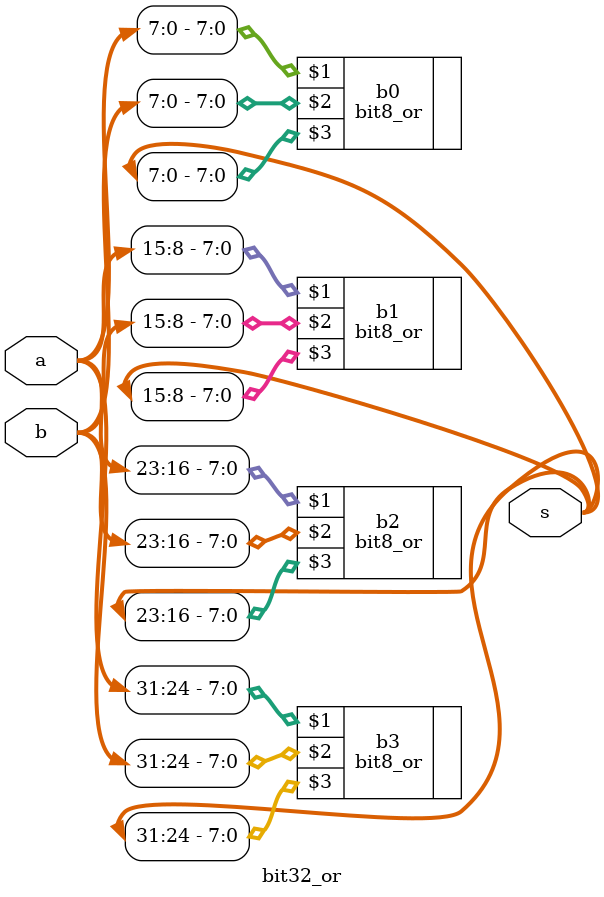
<source format=v>
`timescale 1ns / 1ps


module bit32_or(input wire [31:0] a,input wire [31:0] b,output wire [31:0] s);
bit8_or b0(a[7:0],b[7:0],s[7:0]);
bit8_or b1(a[15:8],b[15:8],s[15:8]);
bit8_or b2(a[23:16],b[23:16],s[23:16]);
bit8_or b3(a[31:24],b[31:24],s[31:24]);

endmodule

</source>
